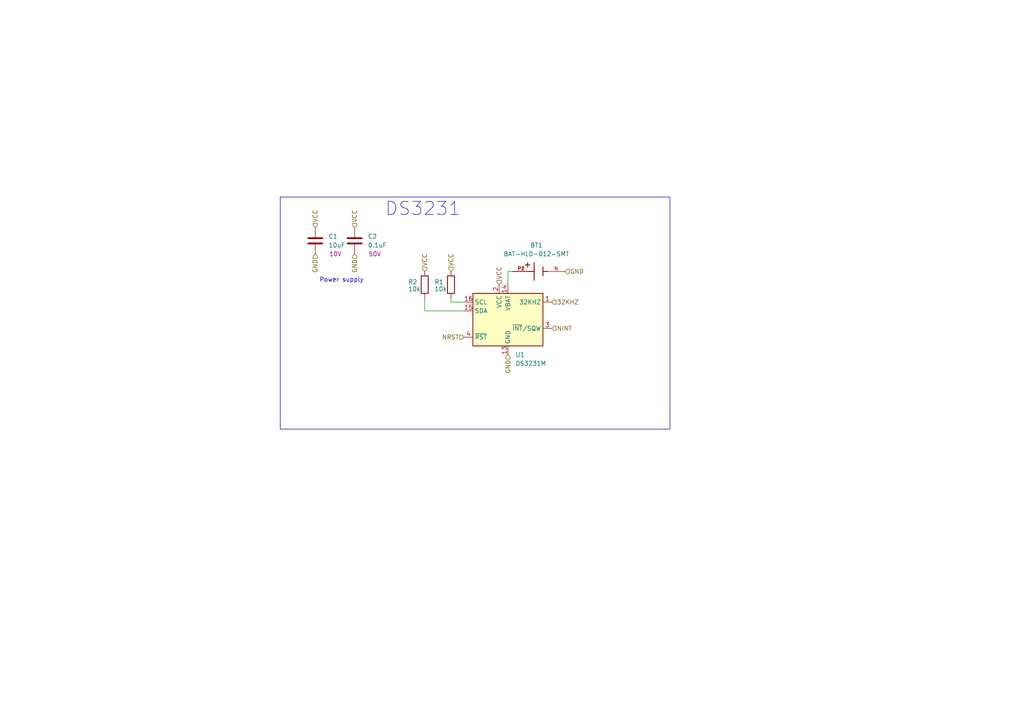
<source format=kicad_sch>
(kicad_sch (version 20250114) (generator "eeschema") (generator_version "9.0")
  (paper "A4")
  (lib_symbols
    (symbol "Library:BAT-HLD-012-SMT" (pin_names (offset 1.016))
      (property "Reference" "BT" (at -3.81 3.81 0))
      (property "Value" "BAT-HLD-012-SMT" (at -3.81 -5.08 0))
      (symbol "BAT-HLD-012-SMT_0_0"
        (polyline (pts (xy -3.81 1.905) (xy -2.54 1.905)) (stroke (width 0.254)))
        (polyline (pts (xy -3.175 2.54) (xy -3.175 1.27)) (stroke (width 0.254)))
        (polyline (pts (xy -1.27 2.54) (xy -1.27 0)) (stroke (width 0.254)))
        (polyline (pts (xy -1.27 0) (xy -2.54 0)) (stroke (width 0.254)))
        (polyline (pts (xy -1.27 0) (xy -1.27 -2.54)) (stroke (width 0.254)))
        (polyline (pts (xy 1.27 1.27) (xy 1.27 0)) (stroke (width 0.254)))
        (polyline (pts (xy 1.27 0) (xy 1.27 -1.27)) (stroke (width 0.254)))
        (polyline (pts (xy 1.27 0) (xy 2.54 0)) (stroke (width 0.254)))
        (pin passive line (at -7.62 0 0) (length 5.08) (name "~") (number "P1"))
        (pin passive line (at -7.62 0 0) (length 5.08) (name "~") (number "P2"))
        (pin passive line (at 7.62 0 180) (length 5.08) (name "~") (number "N"))
      )
    )
    (symbol "Library:C" (pin_numbers (hide yes)) (pin_names (offset 0.254))
      (property "Reference" "C" (at 0.635 2.54 0))
      (property "Value" "C" (at 0.635 -2.54 0))
      (symbol "C_0_1"
        (polyline (pts (xy -2.032 0.762) (xy 2.032 0.762)) (stroke (width 0.508)))
        (polyline (pts (xy -2.032 -0.762) (xy 2.032 -0.762)) (stroke (width 0.508)))
      )
      (symbol "C_1_1"
        (pin passive line (at 0 3.81 270) (length 2.794) (name "~") (number "1"))
        (pin passive line (at 0 -3.81 90) (length 2.794) (name "~") (number "2"))
      )
    )
    (symbol "Library:DS3231M"
      (property "Reference" "U" (at -7.62 8.89 0))
      (property "Value" "DS3231M" (at 10.16 8.89 0))
      (symbol "DS3231M_0_1"
        (rectangle (start -10.16 7.62) (end 10.16 -7.62) (stroke (width 0.254)) (fill (type background)))
      )
      (symbol "DS3231M_1_1"
        (pin input line (at -12.7 5.08 0) (length 2.54) (name "SCL") (number "16"))
        (pin bidirectional line (at -12.7 2.54 0) (length 2.54) (name "SDA") (number "15"))
        (pin bidirectional line (at -12.7 -5.08 0) (length 2.54) (name "~{RST}") (number "4"))
        (pin power_in line (at -2.54 10.16 270) (length 2.54) (name "VCC") (number "2"))
        (pin power_in line (at 0 10.16 270) (length 2.54) (name "VBAT") (number "14"))
        (pin passive line (at 0 -10.16 90) (length 2.54) (hide yes) (name "GND") (number "10"))
        (pin passive line (at 0 -10.16 90) (length 2.54) (hide yes) (name "GND") (number "11"))
        (pin passive line (at 0 -10.16 90) (length 2.54) (hide yes) (name "GND") (number "12"))
        (pin power_in line (at 0 -10.16 90) (length 2.54) (name "GND") (number "13"))
        (pin passive line (at 0 -10.16 90) (length 2.54) (hide yes) (name "GND") (number "5"))
        (pin passive line (at 0 -10.16 90) (length 2.54) (hide yes) (name "GND") (number "6"))
        (pin passive line (at 0 -10.16 90) (length 2.54) (hide yes) (name "GND") (number "7"))
        (pin passive line (at 0 -10.16 90) (length 2.54) (hide yes) (name "GND") (number "8"))
        (pin passive line (at 0 -10.16 90) (length 2.54) (hide yes) (name "GND") (number "9"))
        (pin open_collector line (at 12.7 5.08 180) (length 2.54) (name "32KHZ") (number "1"))
        (pin open_collector line (at 12.7 -2.54 180) (length 2.54) (name "~{INT}/SQW") (number "3"))
      )
    )
    (symbol "Library:R" (pin_numbers (hide yes)) (pin_names (offset 0))
      (property "Reference" "R" (at 2.032 0 90))
      (property "Value" "R" (at 0 0 90))
      (symbol "R_0_1"
        (rectangle (start -1.016 -2.54) (end 1.016 2.54) (stroke (width 0.254)))
      )
      (symbol "R_1_1"
        (pin passive line (at 0 3.81 270) (length 1.27) (name "~") (number "1"))
        (pin passive line (at 0 -3.81 90) (length 1.27) (name "~") (number "2"))
      )
    )
  )
  (rectangle (start 81.28 57.15) (end 194.31 124.46))
  (text "Power supply\n" (at 99.06 81.28 0) (effects (font (size 1.27 1.27))))
  (text "DS3231\n" (at 122.682 60.706 0) (effects (font (size 3.81 3.81))))
  (wire (pts (xy 123.19 90.17) (xy 134.62 90.17)))
  (wire (pts (xy 147.32 78.74) (xy 147.32 82.55)))
  (wire (pts (xy 148.59 78.74) (xy 147.32 78.74)))
  (wire (pts (xy 130.81 87.63) (xy 130.81 86.36)))
  (wire (pts (xy 123.19 86.36) (xy 123.19 90.17)))
  (wire (pts (xy 130.81 87.63) (xy 134.62 87.63)))
  (hierarchical_label "GND" (shape input) (at 147.32 102.87 270))
  (hierarchical_label "NINT" (shape input) (at 160.02 95.25 0))
  (hierarchical_label "GND" (shape input) (at 91.44 73.66 270))
  (hierarchical_label "GND" (shape input) (at 163.83 78.74 0))
  (hierarchical_label "GND" (shape input) (at 102.87 73.66 270))
  (hierarchical_label "NRST" (shape input) (at 134.62 97.79 180))
  (hierarchical_label "VCC" (shape input) (at 102.87 66.04 90))
  (hierarchical_label "VCC" (shape input) (at 144.78 82.55 90))
  (hierarchical_label "32KHZ" (shape input) (at 160.02 87.63 0))
  (hierarchical_label "VCC" (shape input) (at 91.44 66.04 90))
  (hierarchical_label "VCC" (shape input) (at 130.81 78.74 90))
  (hierarchical_label "VCC" (shape input) (at 123.19 78.74 90))
  (symbol (lib_id "Library:R") (at 123.19 82.55 0) (unit 1)
    (property "Reference" "R2" (at 118.364 81.788 0) (effects (justify left)))
    (property "Value" "10k" (at 118.364 83.82 0) (effects (justify left)))
    (property "Footprint" "Resistor_SMD:R_0603_1608Metric" (effects (hide yes)))
    (property "Description" "Resistor" (effects (hide yes)))
    (property "package" "0603" (effects (hide yes)))
    (property "LCSC_part#" "C25804" (effects (hide yes)))
    (property "MPN" "0603WAF1002T5E" (effects (hide yes)))
  )
  (symbol (lib_id "Library:C") (at 91.44 69.85 0) (unit 1)
    (property "Reference" "C1" (at 95.25 68.5799 0) (effects (justify left)))
    (property "Value" "10uF" (at 95.25 71.1199 0) (effects (justify left)))
    (property "Footprint" "Capacitor_SMD:C_0603_1608Metric" (effects (hide yes)))
    (property "Description" "Unpolarized capacitor" (effects (hide yes)))
    (property "package" "0603" (effects (hide yes)))
    (property "LCSC_part#" "C22399626" (effects (hide yes)))
    (property "MPN" "CGA0603X7R106K100JT" (effects (hide yes)))
    (property "Voltage" "10V" (at 97.282 73.66 0))
  )
  (symbol (lib_id "Library:R") (at 130.81 82.55 0) (unit 1)
    (property "Reference" "R1" (at 125.984 81.788 0) (effects (justify left)))
    (property "Value" "10k" (at 125.984 83.82 0) (effects (justify left)))
    (property "Footprint" "Resistor_SMD:R_0603_1608Metric" (effects (hide yes)))
    (property "Description" "Resistor" (effects (hide yes)))
    (property "package" "0603" (effects (hide yes)))
    (property "LCSC_part#" "C25804" (effects (hide yes)))
    (property "MPN" "0603WAF1002T5E" (effects (hide yes)))
  )
  (symbol (lib_id "Library:C") (at 102.87 69.85 0) (unit 1)
    (property "Reference" "C2" (at 106.68 68.5799 0) (effects (justify left)))
    (property "Value" "0.1uF" (at 106.68 71.1199 0) (effects (justify left)))
    (property "Footprint" "Capacitor_SMD:C_0603_1608Metric" (effects (hide yes)))
    (property "Description" "Unpolarized capacitor" (effects (hide yes)))
    (property "package" "0603" (effects (hide yes)))
    (property "LCSC_part#" "C14663" (effects (hide yes)))
    (property "MPN" "CC0603KRX7R9BB104" (effects (hide yes)))
    (property "Voltage" "50V" (at 108.712 73.66 0))
  )
  (symbol (lib_id "Library:DS3231M") (at 147.32 92.71 0) (unit 1)
    (property "Reference" "U1" (at 149.4633 102.87 0) (effects (justify left)))
    (property "Value" "DS3231M" (at 149.4633 105.41 0) (effects (justify left)))
    (property "Footprint" "Package_SO:SOIC-16W_7.5x10.3mm_P1.27mm" (effects (hide yes)))
    (property "Datasheet" "http://datasheets.maximintegrated.com/en/ds/DS3231.pdf" (effects (hide yes)))
    (property "Description" "Extremely Accurate I2C-Integrated RTC/TCXO/Crystal SOIC-16" (effects (hide yes)))
    (property "LCSC_part#" "C37663" (effects (hide yes)))
    (property "MPN" "DS3231M+TRL" (effects (hide yes)))
  )
  (symbol (lib_id "Library:BAT-HLD-012-SMT") (at 156.21 78.74 0) (unit 1)
    (property "Reference" "BT1" (at 155.575 71.12 0))
    (property "Value" "BAT-HLD-012-SMT" (at 155.575 73.66 0))
    (property "Footprint" "BAT-HLD-012-SMT:BAT_BAT-HLD-012-SMT" (effects (hide yes)))
    (property "LCSC_part#" "C5189234" (effects (hide yes)))
    (property "MPN" "BAT-HLD-012-SMT" (effects (hide yes)))
  )
)
</source>
